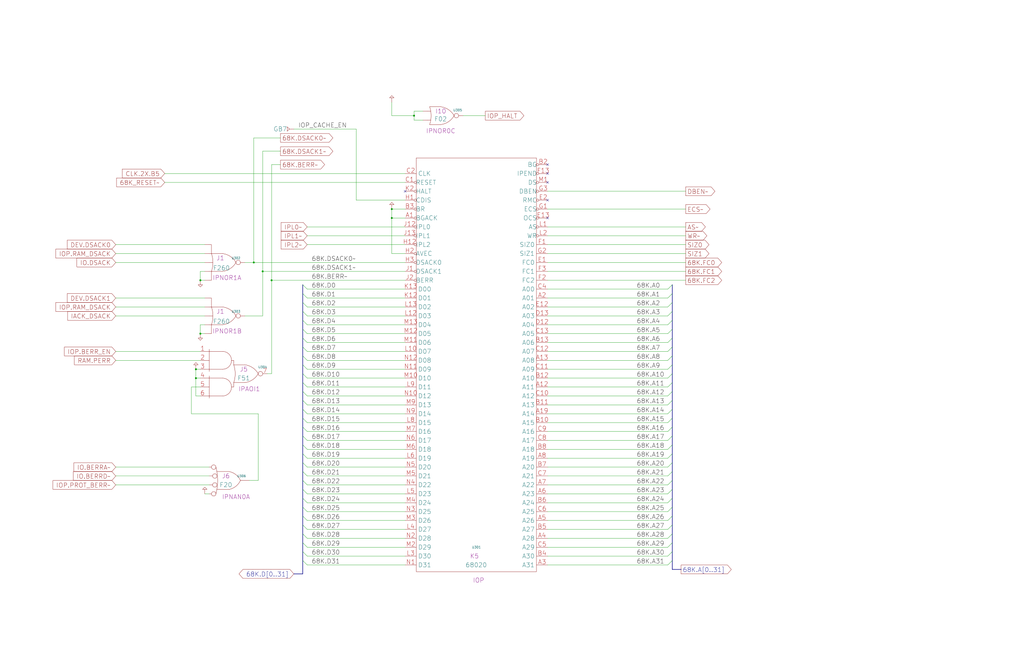
<source format=kicad_sch>
(kicad_sch (version 20230121) (generator eeschema)
  (paper "User" 584.2 378.46)
  (title_block (title "IOP\\n68020") (date "22-SEP-90") (rev "2.0") (comment 1 "IOC") (comment 2 "232-003061") (comment 3 "S400") (comment 4 "RELEASED"))
  (lib_symbols
    (symbol "r1000:68020" (pin_names (offset 1.016))
      (property "Reference" "U" (at 2.54 5.08 0))
      (property "Value" "68020" (at -3.81 -5.08 0))
      (property "Location" "___" (at -1.27 0 0))
      (property "Name" "______" (at 3.81 -15.24 0))
      (symbol "68020_1_1"
        (circle (center -32.385 157.48) (radius 0.635))
        (circle (center -32.385 162.56) (radius 0.635))
        (circle (center -32.385 167.64) (radius 0.635))
        (circle (center -32.385 172.72) (radius 0.635))
        (circle (center -32.385 177.8) (radius 0.635))
        (circle (center -32.385 182.88) (radius 0.635))
        (circle (center -32.385 187.96) (radius 0.635))
        (circle (center -32.385 193.04) (radius 0.635))
        (circle (center -32.385 198.12) (radius 0.635))
        (circle (center -32.385 203.2) (radius 0.635))
        (circle (center -32.385 208.28) (radius 0.635))
        (circle (center -32.385 213.36) (radius 0.635))
        (rectangle (start -31.75 227.33) (end 36.83 -8.89))
        (circle (center 37.465 182.88) (radius 0.635))
        (circle (center 37.465 187.96) (radius 0.635))
        (circle (center 37.465 193.04) (radius 0.635))
        (circle (center 37.465 198.12) (radius 0.635))
        (circle (center 37.465 203.2) (radius 0.635))
        (circle (center 37.465 208.28) (radius 0.635))
        (circle (center 37.465 213.36) (radius 0.635))
        (circle (center 37.465 218.44) (radius 0.635))
        (circle (center 37.465 223.52) (radius 0.635))
        (pin input line (at -38.1 193.04 0) (length 5.08) (name "BGACK") (number "A1"))
        (pin output line (at 43.18 96.52 180) (length 6.35) (name "A11") (number "A12"))
        (pin output line (at 43.18 111.76 180) (length 6.35) (name "A08") (number "A13"))
        (pin output line (at 43.18 81.28 180) (length 6.35) (name "A14") (number "A19"))
        (pin output line (at 43.18 147.32 180) (length 6.35) (name "A01") (number "A2"))
        (pin output line (at 43.18 -5.08 180) (length 6.35) (name "A31") (number "A3"))
        (pin output line (at 43.18 10.16 180) (length 6.35) (name "A28") (number "A4"))
        (pin output line (at 43.18 20.32 180) (length 6.35) (name "A26") (number "A5"))
        (pin output line (at 43.18 35.56 180) (length 6.35) (name "A23") (number "A6"))
        (pin output line (at 43.18 40.64 180) (length 6.35) (name "A22") (number "A7"))
        (pin output line (at 43.18 55.88 180) (length 6.35) (name "A19") (number "A8"))
        (pin output line (at 43.18 76.2 180) (length 6.35) (name "A15") (number "B10"))
        (pin output line (at 43.18 86.36 180) (length 6.35) (name "A13") (number "B11"))
        (pin output line (at 43.18 101.6 180) (length 6.35) (name "A10") (number "B12"))
        (pin output line (at 43.18 121.92 180) (length 6.35) (name "A06") (number "B13"))
        (pin output line (at 43.18 223.52 180) (length 5.08) (name "BG") (number "B2"))
        (pin input line (at -38.1 198.12 0) (length 5.08) (name "BR") (number "B3"))
        (pin output line (at 43.18 0 180) (length 6.35) (name "A30") (number "B4"))
        (pin output line (at 43.18 15.24 180) (length 6.35) (name "A27") (number "B5"))
        (pin output line (at 43.18 30.48 180) (length 6.35) (name "A24") (number "B6"))
        (pin output line (at 43.18 50.8 180) (length 6.35) (name "A20") (number "B7"))
        (pin output line (at 43.18 60.96 180) (length 6.35) (name "A18") (number "B8"))
        (pin input line (at -38.1 213.36 0) (length 5.08) (name "RESET") (number "C1"))
        (pin output line (at 43.18 91.44 180) (length 6.35) (name "A12") (number "C10"))
        (pin output line (at 43.18 106.68 180) (length 6.35) (name "A09") (number "C11"))
        (pin output line (at 43.18 116.84 180) (length 6.35) (name "A07") (number "C12"))
        (pin output line (at 43.18 127 180) (length 6.35) (name "A05") (number "C13"))
        (pin input line (at -38.1 218.44 0) (length 6.35) (name "CLK") (number "C2"))
        (pin output line (at 43.18 152.4 180) (length 6.35) (name "A00") (number "C4"))
        (pin output line (at 43.18 5.08 180) (length 6.35) (name "A29") (number "C5"))
        (pin output line (at 43.18 25.4 180) (length 6.35) (name "A25") (number "C6"))
        (pin output line (at 43.18 45.72 180) (length 6.35) (name "A21") (number "C7"))
        (pin output line (at 43.18 66.04 180) (length 6.35) (name "A17") (number "C8"))
        (pin output line (at 43.18 71.12 180) (length 6.35) (name "A16") (number "C9"))
        (pin output line (at 43.18 132.08 180) (length 6.35) (name "A04") (number "D12"))
        (pin output line (at 43.18 137.16 180) (length 6.35) (name "A03") (number "D13"))
        (pin output line (at 43.18 167.64 180) (length 6.35) (name "FC0") (number "E1"))
        (pin output line (at 43.18 142.24 180) (length 6.35) (name "A02") (number "E12"))
        (pin output line (at 43.18 193.04 180) (length 5.08) (name "OCS") (number "E13"))
        (pin output line (at 43.18 203.2 180) (length 5.08) (name "RMC") (number "E2"))
        (pin output line (at 43.18 177.8 180) (length 6.35) (name "SIZ0") (number "F1"))
        (pin output line (at 43.18 218.44 180) (length 5.08) (name "IPEND") (number "F13"))
        (pin output line (at 43.18 157.48 180) (length 6.35) (name "FC2") (number "F2"))
        (pin output line (at 43.18 162.56 180) (length 6.35) (name "FC1") (number "F3"))
        (pin output line (at 43.18 198.12 180) (length 5.08) (name "ECS") (number "G1"))
        (pin output line (at 43.18 172.72 180) (length 6.35) (name "SIZ1") (number "G2"))
        (pin output line (at 43.18 208.28 180) (length 5.08) (name "DBEN") (number "G3"))
        (pin input line (at -38.1 203.2 0) (length 5.08) (name "CDIS") (number "H1"))
        (pin input line (at -38.1 177.8 0) (length 5.08) (name "IPL2") (number "H12"))
        (pin input line (at -38.1 172.72 0) (length 5.08) (name "AVEC") (number "H2"))
        (pin input line (at -38.1 167.64 0) (length 5.08) (name "DSACK0") (number "H3"))
        (pin input line (at -38.1 162.56 0) (length 5.08) (name "DSACK1") (number "J1"))
        (pin input line (at -38.1 187.96 0) (length 5.08) (name "IPL0") (number "J12"))
        (pin input line (at -38.1 182.88 0) (length 5.08) (name "IPL1") (number "J13"))
        (pin input line (at -38.1 157.48 0) (length 5.08) (name "BERR") (number "J2"))
        (pin bidirectional line (at -38.1 147.32 0) (length 6.35) (name "D01") (number "K12"))
        (pin bidirectional line (at -38.1 152.4 0) (length 6.35) (name "D00") (number "K13"))
        (pin open_collector line (at -38.1 208.28 0) (length 5.08) (name "HALT") (number "K2"))
        (pin output line (at 43.18 187.96 180) (length 5.08) (name "AS") (number "L1"))
        (pin bidirectional line (at -38.1 116.84 0) (length 6.35) (name "D07") (number "L10"))
        (pin bidirectional line (at -38.1 137.16 0) (length 6.35) (name "D03") (number "L12"))
        (pin bidirectional line (at -38.1 142.24 0) (length 6.35) (name "D02") (number "L13"))
        (pin output line (at 43.18 182.88 180) (length 5.08) (name "WR") (number "L2"))
        (pin bidirectional line (at -38.1 0 0) (length 6.35) (name "D30") (number "L3"))
        (pin bidirectional line (at -38.1 15.24 0) (length 6.35) (name "D27") (number "L4"))
        (pin bidirectional line (at -38.1 35.56 0) (length 6.35) (name "D23") (number "L5"))
        (pin bidirectional line (at -38.1 55.88 0) (length 6.35) (name "D19") (number "L6"))
        (pin bidirectional line (at -38.1 76.2 0) (length 6.35) (name "D15") (number "L8"))
        (pin bidirectional line (at -38.1 96.52 0) (length 6.35) (name "D11") (number "L9"))
        (pin output line (at 43.18 213.36 180) (length 5.08) (name "DS") (number "M1"))
        (pin bidirectional line (at -38.1 101.6 0) (length 6.35) (name "D10") (number "M10"))
        (pin bidirectional line (at -38.1 121.92 0) (length 6.35) (name "D06") (number "M11"))
        (pin bidirectional line (at -38.1 127 0) (length 6.35) (name "D05") (number "M12"))
        (pin bidirectional line (at -38.1 132.08 0) (length 6.35) (name "D04") (number "M13"))
        (pin bidirectional line (at -38.1 5.08 0) (length 6.35) (name "D29") (number "M2"))
        (pin bidirectional line (at -38.1 20.32 0) (length 6.35) (name "D26") (number "M3"))
        (pin bidirectional line (at -38.1 30.48 0) (length 6.35) (name "D24") (number "M4"))
        (pin bidirectional line (at -38.1 45.72 0) (length 6.35) (name "D21") (number "M5"))
        (pin bidirectional line (at -38.1 60.96 0) (length 6.35) (name "D18") (number "M6"))
        (pin bidirectional line (at -38.1 71.12 0) (length 6.35) (name "D16") (number "M7"))
        (pin bidirectional line (at -38.1 86.36 0) (length 6.35) (name "D13") (number "M9"))
        (pin bidirectional line (at -38.1 -5.08 0) (length 6.35) (name "D31") (number "N1"))
        (pin bidirectional line (at -38.1 91.44 0) (length 6.35) (name "D12") (number "N10"))
        (pin bidirectional line (at -38.1 106.68 0) (length 6.35) (name "D09") (number "N11"))
        (pin bidirectional line (at -38.1 111.76 0) (length 6.35) (name "D08") (number "N12"))
        (pin bidirectional line (at -38.1 10.16 0) (length 6.35) (name "D28") (number "N2"))
        (pin bidirectional line (at -38.1 25.4 0) (length 6.35) (name "D25") (number "N3"))
        (pin bidirectional line (at -38.1 40.64 0) (length 6.35) (name "D22") (number "N4"))
        (pin bidirectional line (at -38.1 50.8 0) (length 6.35) (name "D20") (number "N5"))
        (pin bidirectional line (at -38.1 66.04 0) (length 6.35) (name "D17") (number "N6"))
        (pin bidirectional line (at -38.1 81.28 0) (length 6.35) (name "D14") (number "N9"))
      )
    )
    (symbol "r1000:F02" (pin_numbers hide) (pin_names hide)
      (property "Reference" "U" (at 12.16 0.635 0))
      (property "Value" "F02" (at -1.27 -4.445 0))
      (property "Location" "___" (at 2.54 0 0))
      (property "Name" "______" (at 2.54 -12.7 0))
      (symbol "F02_0_1"
        (arc (start -3.81 -7.62) (mid -2.9847 -2.54) (end -3.81 2.54) (stroke (width 0.1524)))
        (polyline (pts (xy -5.08 -5.08) (xy -3.175 -5.08)) (stroke (width 0.1524)))
        (polyline (pts (xy -5.08 0) (xy -3.175 0)) (stroke (width 0.1524)))
        (polyline (pts (xy -3.81 -7.62) (xy 2.54 -7.62)) (stroke (width 0.1524)))
        (polyline (pts (xy -3.81 2.54) (xy 2.54 2.54)) (stroke (width 0.1524)))
        (polyline (pts (xy 13.97 -2.54) (xy 12.7 -2.54)) (stroke (width 0.1524)))
        (arc (start 2.54 -7.62) (mid 6.9515 -5.9823) (end 10.16 -2.54) (stroke (width 0.1524)))
        (arc (start 10.16 -2.54) (mid 6.9478 0.8966) (end 2.54 2.54) (stroke (width 0.1524)))
        (circle (center 11.43 -2.54) (radius 1.27) (stroke (width 0.1524)))
      )
      (symbol "F02_0_2"
        (circle (center -3.81 -5.08) (radius 1.27) (stroke (width 0.1524)))
        (circle (center -3.81 0) (radius 1.27) (stroke (width 0.1524)))
        (polyline (pts (xy -2.54 -7.62) (xy 5.08 -7.62)) (stroke (width 0.1524)))
        (polyline (pts (xy -2.54 2.54) (xy -2.54 -7.62)) (stroke (width 0.1524)))
        (polyline (pts (xy -2.54 2.54) (xy 5.08 2.54)) (stroke (width 0.1524)))
        (polyline (pts (xy 11.43 -2.54) (xy 10.16 -2.54)) (stroke (width 0.1524)))
        (polyline (pts (xy 11.43 -2.54) (xy 12.7 -2.54)) (stroke (width 0.1524)))
        (arc (start 5.08 -7.62) (mid 10.1282 -2.54) (end 5.08 2.54) (stroke (width 0.1524)))
      )
      (symbol "F02_1_1"
        (pin input line (at -7.62 0 0) (length 2.54) (name "D0") (number "1"))
        (pin input line (at -7.62 -5.08 0) (length 2.54) (name "D1") (number "2"))
        (pin output line (at 15.24 -2.54 180) (length 1.27) (name "Q") (number "3"))
      )
      (symbol "F02_1_2"
        (pin input line (at -7.62 0 0) (length 2.54) (name "D0") (number "1"))
        (pin input line (at -7.62 -5.08 0) (length 2.54) (name "D1") (number "2"))
        (pin output line (at 15.24 -2.54 180) (length 2.54) (name "Q") (number "3"))
      )
    )
    (symbol "r1000:F20" (pin_numbers hide) (pin_names hide)
      (property "Reference" "U" (at 8.255 2.54 0))
      (property "Value" "F20" (at -0.635 -2.54 0))
      (property "Location" "___" (at -0.635 2.54 0))
      (property "Name" "______" (at 5.08 -10.795 0))
      (symbol "F20_0_1"
        (polyline (pts (xy -5.08 -5.08) (xy -5.08 -7.62)) (stroke (width 0.1524)))
        (polyline (pts (xy -5.08 5.08) (xy -5.08 -5.08)) (stroke (width 0.1524)))
        (polyline (pts (xy -5.08 7.62) (xy -5.08 5.08)) (stroke (width 0.1524)))
        (polyline (pts (xy 2.54 -5.08) (xy -5.08 -5.08)) (stroke (width 0.1524)))
        (polyline (pts (xy 2.54 5.08) (xy -5.08 5.08)) (stroke (width 0.1524)))
        (arc (start 2.54 -5.08) (mid 7.5882 0) (end 2.54 5.08) (stroke (width 0.1524)))
        (circle (center 8.89 0) (radius 1.27) (stroke (width 0.1524)))
      )
      (symbol "F20_0_2"
        (circle (center -7.62 -7.62) (radius 1.27) (stroke (width 0.1524)))
        (circle (center -7.62 7.62) (radius 1.27) (stroke (width 0.1524)))
        (circle (center -6.985 -2.54) (radius 1.27) (stroke (width 0.1524)))
        (circle (center -6.985 2.54) (radius 1.27) (stroke (width 0.1524)))
        (arc (start -6.35 -7.62) (mid -5.3975 0) (end -6.35 7.62) (stroke (width 0.1524)))
        (polyline (pts (xy -5.715 -5.08) (xy 1.27 -5.08)) (stroke (width 0.1524)))
        (polyline (pts (xy -5.715 5.08) (xy 1.27 5.08)) (stroke (width 0.1524)))
        (arc (start 1.27 -5.08) (mid 5.0518 -3.2985) (end 7.62 0) (stroke (width 0.1524)))
        (arc (start 7.62 0) (mid 5.0518 3.2985) (end 1.27 5.08) (stroke (width 0.1524)))
      )
      (symbol "F20_1_1"
        (pin input line (at -10.16 7.62 0) (length 5.08) (name "D0") (number "1"))
        (pin input line (at -10.16 2.54 0) (length 5.08) (name "D1") (number "2"))
        (pin input line (at -10.16 -2.54 0) (length 5.08) (name "D2") (number "4"))
        (pin input line (at -10.16 -7.62 0) (length 5.08) (name "D3") (number "5"))
        (pin output line (at 12.7 0 180) (length 2.54) (name "Q") (number "6"))
      )
      (symbol "F20_1_2"
        (pin input line (at -10.16 7.62 0) (length 1.27) (name "D0") (number "1"))
        (pin input line (at -10.16 2.54 0) (length 1.905) (name "D1") (number "2"))
        (pin input line (at -10.16 -2.54 0) (length 1.905) (name "D2") (number "4"))
        (pin input line (at -10.16 -7.62 0) (length 1.27) (name "D3") (number "5"))
        (pin output line (at 12.7 0 180) (length 5.08) (name "Q") (number "6"))
      )
    )
    (symbol "r1000:F260" (pin_numbers hide) (pin_names hide)
      (property "Reference" "U" (at 10.16 0 0))
      (property "Value" "F260" (at 1.905 -5.715 0))
      (property "Location" "___" (at 1.27 0 0))
      (property "Name" "______" (at 5.08 -12.7 0))
      (symbol "F260_0_1"
        (arc (start -3.8173 -7.62) (mid -2.9926 -2.54) (end -3.8173 2.54) (stroke (width 0.1524)))
        (polyline (pts (xy -5.08 -7.62) (xy -3.81 -7.62)) (stroke (width 0.1524)))
        (polyline (pts (xy -5.08 -2.54) (xy -3.0226 -2.54)) (stroke (width 0.1524)))
        (polyline (pts (xy -5.08 2.54) (xy -3.81 2.54)) (stroke (width 0.1524)))
        (polyline (pts (xy -3.81 -7.62) (xy 2.54 -7.62)) (stroke (width 0.1524)))
        (polyline (pts (xy -3.81 2.54) (xy 2.54 2.54)) (stroke (width 0.1524)))
        (polyline (pts (xy -5.08 -12.7) (xy -3.81 -12.7) (xy -3.81 -7.62)) (stroke (width 0.1524)))
        (polyline (pts (xy -5.08 7.62) (xy -3.81 7.62) (xy -3.81 2.54)) (stroke (width 0.1524)))
        (arc (start 2.54 -7.62) (mid 6.9504 -5.9805) (end 10.16 -2.54) (stroke (width 0.1524)))
        (arc (start 10.16 -2.54) (mid 6.9516 0.9024) (end 2.54 2.54) (stroke (width 0.1524)))
        (circle (center 11.43 -2.54) (radius 1.27) (stroke (width 0.1524)))
      )
      (symbol "F260_0_2"
        (circle (center -6.35 -12.7) (radius 1.27) (stroke (width 0.1524)))
        (circle (center -6.35 -7.62) (radius 1.27) (stroke (width 0.1524)))
        (circle (center -6.35 -2.54) (radius 1.27) (stroke (width 0.1524)))
        (circle (center -6.35 2.54) (radius 1.27) (stroke (width 0.1524)))
        (circle (center -6.35 7.62) (radius 1.27) (stroke (width 0.1524)))
        (polyline (pts (xy -5.08 -13.97) (xy -5.08 8.89)) (stroke (width 0.1524)))
        (polyline (pts (xy -5.08 -7.62) (xy 2.54 -7.62)) (stroke (width 0.1524)))
        (polyline (pts (xy -5.08 2.54) (xy 2.54 2.54)) (stroke (width 0.1524)))
        (arc (start 2.54 -7.62) (mid 6.1321 -6.1321) (end 7.62 -2.54) (stroke (width 0.1524)))
        (arc (start 7.62 -2.54) (mid 6.1321 1.0521) (end 2.54 2.54) (stroke (width 0.1524)))
      )
      (symbol "F260_1_1"
        (pin input line (at -7.62 -2.54 0) (length 2.54) (name "D2") (number "1"))
        (pin input line (at -7.62 7.62 0) (length 2.54) (name "D0") (number "12"))
        (pin input line (at -7.62 2.54 0) (length 2.54) (name "D1") (number "13"))
        (pin input line (at -7.62 -7.62 0) (length 2.54) (name "D3") (number "2"))
        (pin input line (at -7.62 -12.7 0) (length 2.54) (name "D4") (number "3"))
        (pin output line (at 15.24 -2.54 180) (length 2.54) (name "Q") (number "5"))
      )
      (symbol "F260_1_2"
        (pin input line (at -7.62 -2.54 0) (length 0) (name "D2") (number "1"))
        (pin input line (at -7.62 7.62 0) (length 0) (name "D0") (number "12"))
        (pin input line (at -7.62 2.54 0) (length 0) (name "D1") (number "13"))
        (pin input line (at -7.62 -7.62 0) (length 0) (name "D3") (number "2"))
        (pin input line (at -7.62 -12.7 0) (length 0) (name "D4") (number "3"))
        (pin output line (at 15.24 -2.54 180) (length 7.62) (name "Q") (number "5"))
      )
    )
    (symbol "r1000:F51" (pin_names hide)
      (property "Reference" "U" (at 12.7 1.27 0))
      (property "Value" "F51" (at 1.905 -5.08 0))
      (property "Location" "___" (at 1.905 0 0))
      (property "Name" "______" (at 5.08 -12.7 0))
      (symbol "F51_0_0"
        (arc (start -10.16 -15.24) (mid -6.5679 -13.7521) (end -5.08 -10.16) (stroke (width 0.1524)))
        (arc (start -10.16 0) (mid -6.5679 1.4879) (end -5.08 5.08) (stroke (width 0.1524)))
        (arc (start -5.08 -10.16) (mid -6.5679 -6.5679) (end -10.16 -5.08) (stroke (width 0.1524)))
        (arc (start -5.08 5.08) (mid -6.5679 8.6721) (end -10.16 10.16) (stroke (width 0.1524)))
        (arc (start -3.8173 -7.62) (mid -2.9926 -2.54) (end -3.8173 2.54) (stroke (width 0.1524)))
        (polyline (pts (xy -20.32 -15.24) (xy -17.78 -15.24)) (stroke (width 0.1524)))
        (polyline (pts (xy -20.32 -10.16) (xy -17.78 -10.16)) (stroke (width 0.1524)))
        (polyline (pts (xy -20.32 -5.08) (xy -17.78 -5.08)) (stroke (width 0.1524)))
        (polyline (pts (xy -20.32 0) (xy -17.78 0)) (stroke (width 0.1524)))
        (polyline (pts (xy -20.32 5.08) (xy -17.78 5.08)) (stroke (width 0.1524)))
        (polyline (pts (xy -20.32 10.16) (xy -17.78 10.16)) (stroke (width 0.1524)))
        (polyline (pts (xy -17.78 -3.81) (xy -17.78 -16.51)) (stroke (width 0.1524)))
        (polyline (pts (xy -17.78 11.43) (xy -17.78 -1.27)) (stroke (width 0.1524)))
        (polyline (pts (xy -10.16 -15.24) (xy -17.78 -15.24)) (stroke (width 0.1524)))
        (polyline (pts (xy -10.16 -5.08) (xy -17.78 -5.08)) (stroke (width 0.1524)))
        (polyline (pts (xy -10.16 0) (xy -17.78 0)) (stroke (width 0.1524)))
        (polyline (pts (xy -10.16 10.16) (xy -17.78 10.16)) (stroke (width 0.1524)))
        (polyline (pts (xy -3.81 -7.62) (xy 2.54 -7.62)) (stroke (width 0.1524)))
        (polyline (pts (xy -3.81 2.54) (xy 2.54 2.54)) (stroke (width 0.1524)))
        (polyline (pts (xy -5.08 -10.16) (xy -3.81 -10.16) (xy -3.81 -7.62)) (stroke (width 0.1524)))
        (polyline (pts (xy -5.08 5.08) (xy -3.81 5.08) (xy -3.81 2.54)) (stroke (width 0.1524)))
        (arc (start 2.54 -7.62) (mid 6.9504 -5.9805) (end 10.16 -2.54) (stroke (width 0.1524)))
        (arc (start 10.16 -2.54) (mid 6.9516 0.9024) (end 2.54 2.54) (stroke (width 0.1524)))
        (circle (center 11.43 -2.54) (radius 1.27) (stroke (width 0.1524)))
      )
      (symbol "F51_1_1"
        (pin input line (at -22.86 10.16 0) (length 2.54) (name "A1") (number "1"))
        (pin input line (at -22.86 5.08 0) (length 2.54) (name "A2") (number "2"))
        (pin input line (at -22.86 0 0) (length 2.54) (name "A3") (number "3"))
        (pin input line (at -22.86 -5.08 0) (length 2.54) (name "B1") (number "4"))
        (pin input line (at -22.86 -10.16 0) (length 2.54) (name "B2") (number "5"))
        (pin input line (at -22.86 -15.24 0) (length 2.54) (name "B3") (number "6"))
        (pin output line (at 15.24 -2.54 180) (length 2.54) (name "Q") (number "7"))
      )
    )
    (symbol "r1000:GB" (pin_numbers hide) (pin_names (offset 0) hide)
      (property "Reference" "GB" (at 3.81 0 0))
      (symbol "GB_0_1"
        (polyline (pts (xy 2.54 0) (xy 3.81 1.27) (xy 3.81 -1.27) (xy 2.54 0)) (stroke (width 0.1524)))
      )
      (symbol "GB_1_1"
        (pin bidirectional line (at 0 0 0) (length 2.54) (name "") (number "1"))
      )
    )
    (symbol "r1000:PD" (power) (pin_numbers hide) (pin_names hide) (in_bom no)
      (symbol "PD_0_1"
        (polyline (pts (xy 0 -2.54) (xy 1.27 -2.54) (xy 0 -3.81) (xy -1.27 -2.54) (xy 0 -2.54)) (stroke (width 0.1524)))
      )
      (symbol "PD_1_1"
        (pin power_in line (at 0 0 270) (length 2.54) (name "PD") (number "1"))
      )
    )
    (symbol "r1000:PU" (power) (pin_numbers hide) (pin_names hide)
      (symbol "PU_0_1"
        (polyline (pts (xy 0 2.54) (xy -1.27 2.54) (xy 0 3.81) (xy 1.27 2.54) (xy 0 2.54)) (stroke (width 0.1524)))
      )
      (symbol "PU_1_1"
        (pin power_in line (at 0 0 90) (length 2.54) (name "PU") (number "1"))
      )
    )
  )
  (junction (at 236.22 66.04))
  (junction (at 223.52 124.46))
  (junction (at 149.86 154.94))
  (junction (at 144.78 149.86))
  (junction (at 154.94 160.02))
  (junction (at 114.3 190.5))
  (junction (at 114.3 160.02))
  (junction (at 111.76 210.82))
  (junction (at 223.52 119.38))
  (junction (at 111.76 215.9))
  (no_connect (at 231.14 109.22))
  (no_connect (at 312.42 114.3))
  (no_connect (at 312.42 93.98))
  (no_connect (at 312.42 104.14))
  (no_connect (at 312.42 124.46))
  (no_connect (at 312.42 99.06))
  (bus_entry (at 383.54 320.04) (size -2.54 2.54))
  (bus_entry (at 383.54 203.2) (size -2.54 2.54))
  (bus_entry (at 383.54 193.04) (size -2.54 2.54))
  (bus_entry (at 172.72 177.8) (size 2.54 2.54))
  (bus_entry (at 172.72 279.4) (size 2.54 2.54))
  (bus_entry (at 383.54 228.6) (size -2.54 2.54))
  (bus_entry (at 383.54 187.96) (size -2.54 2.54))
  (bus_entry (at 383.54 299.72) (size -2.54 2.54))
  (bus_entry (at 383.54 167.64) (size -2.54 2.54))
  (bus_entry (at 172.72 198.12) (size 2.54 2.54))
  (bus_entry (at 172.72 314.96) (size 2.54 2.54))
  (bus_entry (at 383.54 309.88) (size -2.54 2.54))
  (bus_entry (at 172.72 172.72) (size 2.54 2.54))
  (bus_entry (at 383.54 172.72) (size -2.54 2.54))
  (bus_entry (at 383.54 289.56) (size -2.54 2.54))
  (bus_entry (at 172.72 187.96) (size 2.54 2.54))
  (bus_entry (at 383.54 182.88) (size -2.54 2.54))
  (bus_entry (at 383.54 254) (size -2.54 2.54))
  (bus_entry (at 383.54 304.8) (size -2.54 2.54))
  (bus_entry (at 172.72 304.8) (size 2.54 2.54))
  (bus_entry (at 172.72 294.64) (size 2.54 2.54))
  (bus_entry (at 172.72 193.04) (size 2.54 2.54))
  (bus_entry (at 383.54 248.92) (size -2.54 2.54))
  (bus_entry (at 172.72 320.04) (size 2.54 2.54))
  (bus_entry (at 172.72 309.88) (size 2.54 2.54))
  (bus_entry (at 172.72 182.88) (size 2.54 2.54))
  (bus_entry (at 383.54 259.08) (size -2.54 2.54))
  (bus_entry (at 383.54 238.76) (size -2.54 2.54))
  (bus_entry (at 383.54 243.84) (size -2.54 2.54))
  (bus_entry (at 383.54 269.24) (size -2.54 2.54))
  (bus_entry (at 383.54 208.28) (size -2.54 2.54))
  (bus_entry (at 383.54 177.8) (size -2.54 2.54))
  (bus_entry (at 172.72 208.28) (size 2.54 2.54))
  (bus_entry (at 383.54 213.36) (size -2.54 2.54))
  (bus_entry (at 383.54 162.56) (size -2.54 2.54))
  (bus_entry (at 172.72 233.68) (size 2.54 2.54))
  (bus_entry (at 383.54 274.32) (size -2.54 2.54))
  (bus_entry (at 172.72 203.2) (size 2.54 2.54))
  (bus_entry (at 172.72 259.08) (size 2.54 2.54))
  (bus_entry (at 172.72 269.24) (size 2.54 2.54))
  (bus_entry (at 172.72 248.92) (size 2.54 2.54))
  (bus_entry (at 383.54 218.44) (size -2.54 2.54))
  (bus_entry (at 383.54 284.48) (size -2.54 2.54))
  (bus_entry (at 383.54 198.12) (size -2.54 2.54))
  (bus_entry (at 383.54 223.52) (size -2.54 2.54))
  (bus_entry (at 383.54 294.64) (size -2.54 2.54))
  (bus_entry (at 383.54 279.4) (size -2.54 2.54))
  (bus_entry (at 172.72 274.32) (size 2.54 2.54))
  (bus_entry (at 172.72 243.84) (size 2.54 2.54))
  (bus_entry (at 172.72 284.48) (size 2.54 2.54))
  (bus_entry (at 172.72 299.72) (size 2.54 2.54))
  (bus_entry (at 172.72 289.56) (size 2.54 2.54))
  (bus_entry (at 172.72 213.36) (size 2.54 2.54))
  (bus_entry (at 172.72 223.52) (size 2.54 2.54))
  (bus_entry (at 172.72 218.44) (size 2.54 2.54))
  (bus_entry (at 172.72 254) (size 2.54 2.54))
  (bus_entry (at 383.54 264.16) (size -2.54 2.54))
  (bus_entry (at 383.54 233.68) (size -2.54 2.54))
  (bus_entry (at 172.72 264.16) (size 2.54 2.54))
  (bus_entry (at 172.72 167.64) (size 2.54 2.54))
  (bus_entry (at 172.72 228.6) (size 2.54 2.54))
  (bus_entry (at 172.72 162.56) (size 2.54 2.54))
  (bus_entry (at 383.54 314.96) (size -2.54 2.54))
  (bus_entry (at 172.72 238.76) (size 2.54 2.54))
  (wire (pts (xy 111.76 215.9) (xy 114.3 215.9)))
  (bus (pts (xy 383.54 279.4) (xy 383.54 284.48)))
  (wire (pts (xy 66.04 266.7) (xy 119.38 266.7)))
  (bus (pts (xy 383.54 259.08) (xy 383.54 264.16)))
  (wire (pts (xy 203.2 114.3) (xy 231.14 114.3)))
  (wire (pts (xy 175.26 241.3) (xy 231.14 241.3)))
  (wire (pts (xy 312.42 266.7) (xy 381 266.7)))
  (wire (pts (xy 175.26 190.5) (xy 231.14 190.5)))
  (wire (pts (xy 312.42 180.34) (xy 381 180.34)))
  (wire (pts (xy 175.26 281.94) (xy 231.14 281.94)))
  (bus (pts (xy 383.54 213.36) (xy 383.54 218.44)))
  (bus (pts (xy 172.72 182.88) (xy 172.72 187.96)))
  (wire (pts (xy 175.26 200.66) (xy 231.14 200.66)))
  (wire (pts (xy 312.42 160.02) (xy 391.16 160.02)))
  (bus (pts (xy 383.54 269.24) (xy 383.54 274.32)))
  (wire (pts (xy 236.22 66.04) (xy 236.22 63.5)))
  (wire (pts (xy 175.26 246.38) (xy 231.14 246.38)))
  (wire (pts (xy 312.42 200.66) (xy 381 200.66)))
  (bus (pts (xy 172.72 198.12) (xy 172.72 203.2)))
  (wire (pts (xy 66.04 180.34) (xy 116.84 180.34)))
  (wire (pts (xy 144.78 78.74) (xy 160.02 78.74)))
  (wire (pts (xy 312.42 165.1) (xy 381 165.1)))
  (wire (pts (xy 175.26 322.58) (xy 231.14 322.58)))
  (bus (pts (xy 383.54 294.64) (xy 383.54 299.72)))
  (wire (pts (xy 152.4 213.36) (xy 154.94 213.36)))
  (wire (pts (xy 312.42 317.5) (xy 381 317.5)))
  (bus (pts (xy 383.54 172.72) (xy 383.54 177.8)))
  (wire (pts (xy 312.42 175.26) (xy 381 175.26)))
  (bus (pts (xy 383.54 284.48) (xy 383.54 289.56)))
  (wire (pts (xy 175.26 297.18) (xy 231.14 297.18)))
  (wire (pts (xy 312.42 302.26) (xy 381 302.26)))
  (bus (pts (xy 383.54 208.28) (xy 383.54 213.36)))
  (wire (pts (xy 312.42 246.38) (xy 381 246.38)))
  (wire (pts (xy 175.26 195.58) (xy 231.14 195.58)))
  (wire (pts (xy 312.42 226.06) (xy 381 226.06)))
  (bus (pts (xy 172.72 172.72) (xy 172.72 177.8)))
  (bus (pts (xy 383.54 320.04) (xy 383.54 325.12)))
  (wire (pts (xy 312.42 312.42) (xy 381 312.42)))
  (bus (pts (xy 172.72 264.16) (xy 172.72 269.24)))
  (wire (pts (xy 223.52 58.42) (xy 223.52 66.04)))
  (wire (pts (xy 154.94 160.02) (xy 154.94 213.36)))
  (wire (pts (xy 154.94 93.98) (xy 160.02 93.98)))
  (wire (pts (xy 175.26 129.54) (xy 231.14 129.54)))
  (bus (pts (xy 172.72 309.88) (xy 172.72 314.96)))
  (bus (pts (xy 172.72 193.04) (xy 172.72 198.12)))
  (bus (pts (xy 172.72 243.84) (xy 172.72 248.92)))
  (wire (pts (xy 312.42 322.58) (xy 381 322.58)))
  (wire (pts (xy 312.42 251.46) (xy 381 251.46)))
  (wire (pts (xy 175.26 185.42) (xy 231.14 185.42)))
  (bus (pts (xy 383.54 243.84) (xy 383.54 248.92)))
  (bus (pts (xy 383.54 264.16) (xy 383.54 269.24)))
  (bus (pts (xy 172.72 233.68) (xy 172.72 238.76)))
  (bus (pts (xy 172.72 259.08) (xy 172.72 264.16)))
  (wire (pts (xy 312.42 281.94) (xy 381 281.94)))
  (wire (pts (xy 175.26 271.78) (xy 231.14 271.78)))
  (wire (pts (xy 66.04 200.66) (xy 114.3 200.66)))
  (wire (pts (xy 111.76 226.06) (xy 111.76 215.9)))
  (bus (pts (xy 172.72 228.6) (xy 172.72 233.68)))
  (wire (pts (xy 312.42 205.74) (xy 381 205.74)))
  (bus (pts (xy 383.54 289.56) (xy 383.54 294.64)))
  (wire (pts (xy 203.2 73.66) (xy 203.2 114.3)))
  (bus (pts (xy 383.54 218.44) (xy 383.54 223.52)))
  (wire (pts (xy 312.42 109.22) (xy 391.16 109.22)))
  (wire (pts (xy 175.26 139.7) (xy 231.14 139.7)))
  (bus (pts (xy 172.72 304.8) (xy 172.72 309.88)))
  (bus (pts (xy 383.54 309.88) (xy 383.54 314.96)))
  (bus (pts (xy 383.54 238.76) (xy 383.54 243.84)))
  (wire (pts (xy 114.3 160.02) (xy 116.84 160.02)))
  (wire (pts (xy 175.26 251.46) (xy 231.14 251.46)))
  (wire (pts (xy 175.26 205.74) (xy 231.14 205.74)))
  (bus (pts (xy 172.72 177.8) (xy 172.72 182.88)))
  (wire (pts (xy 175.26 276.86) (xy 231.14 276.86)))
  (bus (pts (xy 172.72 274.32) (xy 172.72 279.4)))
  (wire (pts (xy 116.84 154.94) (xy 114.3 154.94)))
  (wire (pts (xy 175.26 261.62) (xy 231.14 261.62)))
  (bus (pts (xy 383.54 254) (xy 383.54 259.08)))
  (bus (pts (xy 383.54 274.32) (xy 383.54 279.4)))
  (wire (pts (xy 175.26 231.14) (xy 231.14 231.14)))
  (bus (pts (xy 172.72 254) (xy 172.72 259.08)))
  (wire (pts (xy 109.22 220.98) (xy 109.22 236.22)))
  (wire (pts (xy 312.42 261.62) (xy 381 261.62)))
  (wire (pts (xy 175.26 175.26) (xy 231.14 175.26)))
  (wire (pts (xy 312.42 241.3) (xy 381 241.3)))
  (bus (pts (xy 172.72 284.48) (xy 172.72 289.56)))
  (bus (pts (xy 172.72 187.96) (xy 172.72 193.04)))
  (wire (pts (xy 149.86 154.94) (xy 149.86 86.36)))
  (wire (pts (xy 312.42 195.58) (xy 381 195.58)))
  (wire (pts (xy 149.86 86.36) (xy 160.02 86.36)))
  (wire (pts (xy 114.3 226.06) (xy 111.76 226.06)))
  (wire (pts (xy 149.86 180.34) (xy 149.86 154.94)))
  (wire (pts (xy 114.3 220.98) (xy 109.22 220.98)))
  (wire (pts (xy 312.42 129.54) (xy 391.16 129.54)))
  (wire (pts (xy 312.42 139.7) (xy 391.16 139.7)))
  (wire (pts (xy 114.3 154.94) (xy 114.3 160.02)))
  (bus (pts (xy 383.54 203.2) (xy 383.54 208.28)))
  (bus (pts (xy 172.72 289.56) (xy 172.72 294.64)))
  (bus (pts (xy 383.54 177.8) (xy 383.54 182.88)))
  (wire (pts (xy 116.84 185.42) (xy 114.3 185.42)))
  (bus (pts (xy 383.54 182.88) (xy 383.54 187.96)))
  (wire (pts (xy 241.3 68.58) (xy 236.22 68.58)))
  (wire (pts (xy 66.04 139.7) (xy 116.84 139.7)))
  (bus (pts (xy 383.54 223.52) (xy 383.54 228.6)))
  (bus (pts (xy 172.72 213.36) (xy 172.72 218.44)))
  (wire (pts (xy 175.26 236.22) (xy 231.14 236.22)))
  (bus (pts (xy 383.54 193.04) (xy 383.54 198.12)))
  (wire (pts (xy 114.3 190.5) (xy 116.84 190.5)))
  (wire (pts (xy 66.04 276.86) (xy 119.38 276.86)))
  (bus (pts (xy 172.72 299.72) (xy 172.72 304.8)))
  (bus (pts (xy 383.54 314.96) (xy 383.54 320.04)))
  (wire (pts (xy 312.42 210.82) (xy 381 210.82)))
  (bus (pts (xy 172.72 248.92) (xy 172.72 254)))
  (wire (pts (xy 264.16 66.04) (xy 276.86 66.04)))
  (wire (pts (xy 223.52 124.46) (xy 223.52 144.78)))
  (wire (pts (xy 223.52 66.04) (xy 236.22 66.04)))
  (wire (pts (xy 312.42 144.78) (xy 391.16 144.78)))
  (wire (pts (xy 66.04 144.78) (xy 116.84 144.78)))
  (wire (pts (xy 144.78 149.86) (xy 231.14 149.86)))
  (bus (pts (xy 172.72 269.24) (xy 172.72 274.32)))
  (bus (pts (xy 172.72 218.44) (xy 172.72 223.52)))
  (wire (pts (xy 223.52 144.78) (xy 231.14 144.78)))
  (bus (pts (xy 172.72 238.76) (xy 172.72 243.84)))
  (wire (pts (xy 144.78 149.86) (xy 144.78 78.74)))
  (wire (pts (xy 149.86 154.94) (xy 231.14 154.94)))
  (wire (pts (xy 154.94 160.02) (xy 154.94 93.98)))
  (bus (pts (xy 383.54 299.72) (xy 383.54 304.8)))
  (wire (pts (xy 93.98 99.06) (xy 231.14 99.06)))
  (wire (pts (xy 175.26 226.06) (xy 231.14 226.06)))
  (wire (pts (xy 175.26 210.82) (xy 231.14 210.82)))
  (bus (pts (xy 172.72 314.96) (xy 172.72 320.04)))
  (wire (pts (xy 66.04 271.78) (xy 119.38 271.78)))
  (wire (pts (xy 312.42 215.9) (xy 381 215.9)))
  (wire (pts (xy 175.26 287.02) (xy 231.14 287.02)))
  (wire (pts (xy 175.26 312.42) (xy 231.14 312.42)))
  (wire (pts (xy 312.42 190.5) (xy 381 190.5)))
  (wire (pts (xy 66.04 149.86) (xy 116.84 149.86)))
  (wire (pts (xy 175.26 165.1) (xy 231.14 165.1)))
  (bus (pts (xy 383.54 187.96) (xy 383.54 193.04)))
  (wire (pts (xy 175.26 317.5) (xy 231.14 317.5)))
  (wire (pts (xy 312.42 236.22) (xy 381 236.22)))
  (wire (pts (xy 223.52 119.38) (xy 231.14 119.38)))
  (wire (pts (xy 175.26 302.26) (xy 231.14 302.26)))
  (bus (pts (xy 172.72 203.2) (xy 172.72 208.28)))
  (wire (pts (xy 93.98 104.14) (xy 231.14 104.14)))
  (wire (pts (xy 147.32 236.22) (xy 147.32 274.32)))
  (wire (pts (xy 312.42 287.02) (xy 381 287.02)))
  (bus (pts (xy 172.72 162.56) (xy 172.72 167.64)))
  (wire (pts (xy 312.42 276.86) (xy 381 276.86)))
  (wire (pts (xy 175.26 215.9) (xy 231.14 215.9)))
  (wire (pts (xy 312.42 256.54) (xy 381 256.54)))
  (wire (pts (xy 312.42 292.1) (xy 381 292.1)))
  (wire (pts (xy 312.42 119.38) (xy 391.16 119.38)))
  (wire (pts (xy 312.42 170.18) (xy 381 170.18)))
  (wire (pts (xy 114.3 185.42) (xy 114.3 190.5)))
  (bus (pts (xy 167.64 327.66) (xy 172.72 327.66)))
  (bus (pts (xy 383.54 162.56) (xy 383.54 167.64)))
  (wire (pts (xy 175.26 220.98) (xy 231.14 220.98)))
  (bus (pts (xy 383.54 248.92) (xy 383.54 254)))
  (wire (pts (xy 175.26 134.62) (xy 231.14 134.62)))
  (wire (pts (xy 139.7 149.86) (xy 144.78 149.86)))
  (bus (pts (xy 383.54 228.6) (xy 383.54 233.68)))
  (wire (pts (xy 312.42 307.34) (xy 381 307.34)))
  (bus (pts (xy 383.54 167.64) (xy 383.54 172.72)))
  (wire (pts (xy 312.42 297.18) (xy 381 297.18)))
  (wire (pts (xy 66.04 175.26) (xy 116.84 175.26)))
  (wire (pts (xy 312.42 154.94) (xy 391.16 154.94)))
  (bus (pts (xy 172.72 294.64) (xy 172.72 299.72)))
  (bus (pts (xy 383.54 304.8) (xy 383.54 309.88)))
  (wire (pts (xy 111.76 210.82) (xy 114.3 210.82)))
  (wire (pts (xy 223.52 124.46) (xy 231.14 124.46)))
  (wire (pts (xy 66.04 205.74) (xy 114.3 205.74)))
  (bus (pts (xy 383.54 325.12) (xy 388.62 325.12)))
  (wire (pts (xy 147.32 274.32) (xy 142.24 274.32)))
  (wire (pts (xy 312.42 134.62) (xy 391.16 134.62)))
  (wire (pts (xy 66.04 170.18) (xy 116.84 170.18)))
  (wire (pts (xy 236.22 68.58) (xy 236.22 66.04)))
  (wire (pts (xy 175.26 170.18) (xy 231.14 170.18)))
  (bus (pts (xy 172.72 223.52) (xy 172.72 228.6)))
  (wire (pts (xy 312.42 185.42) (xy 381 185.42)))
  (wire (pts (xy 175.26 307.34) (xy 231.14 307.34)))
  (bus (pts (xy 172.72 320.04) (xy 172.72 327.66)))
  (wire (pts (xy 312.42 271.78) (xy 381 271.78)))
  (bus (pts (xy 172.72 167.64) (xy 172.72 172.72)))
  (wire (pts (xy 109.22 236.22) (xy 147.32 236.22)))
  (bus (pts (xy 383.54 198.12) (xy 383.54 203.2)))
  (wire (pts (xy 175.26 266.7) (xy 231.14 266.7)))
  (bus (pts (xy 172.72 279.4) (xy 172.72 284.48)))
  (bus (pts (xy 172.72 208.28) (xy 172.72 213.36)))
  (wire (pts (xy 223.52 119.38) (xy 223.52 124.46)))
  (bus (pts (xy 383.54 233.68) (xy 383.54 238.76)))
  (wire (pts (xy 139.7 180.34) (xy 149.86 180.34)))
  (wire (pts (xy 111.76 215.9) (xy 111.76 210.82)))
  (wire (pts (xy 175.26 256.54) (xy 231.14 256.54)))
  (wire (pts (xy 167.64 73.66) (xy 203.2 73.66)))
  (wire (pts (xy 116.84 281.94) (xy 119.38 281.94)))
  (wire (pts (xy 175.26 180.34) (xy 231.14 180.34)))
  (wire (pts (xy 312.42 231.14) (xy 381 231.14)))
  (wire (pts (xy 312.42 220.98) (xy 381 220.98)))
  (wire (pts (xy 154.94 160.02) (xy 231.14 160.02)))
  (wire (pts (xy 312.42 149.86) (xy 391.16 149.86)))
  (wire (pts (xy 236.22 63.5) (xy 241.3 63.5)))
  (wire (pts (xy 175.26 292.1) (xy 231.14 292.1)))
  (label "68K.D17" (at 177.8 251.46 0) (effects (font (size 2.54 2.54))))
  (label "68K.D19" (at 177.8 261.62 0) (effects (font (size 2.54 2.54))))
  (label "68K.A22" (at 363.22 276.86 0) (effects (font (size 2.54 2.54))))
  (label "68K.D4" (at 177.8 185.42 0) (effects (font (size 2.54 2.54))))
  (label "68K.DSACK1~" (at 177.8 154.94 0) (effects (font (size 2.54 2.54))))
  (label "68K.A12" (at 363.22 226.06 0) (effects (font (size 2.54 2.54))))
  (label "68K.D29" (at 177.8 312.42 0) (effects (font (size 2.54 2.54))))
  (label "68K.A29" (at 363.22 312.42 0) (effects (font (size 2.54 2.54))))
  (label "68K.A7" (at 363.22 200.66 0) (effects (font (size 2.54 2.54))))
  (label "68K.A1" (at 363.22 170.18 0) (effects (font (size 2.54 2.54))))
  (label "68K.D11" (at 177.8 220.98 0) (effects (font (size 2.54 2.54))))
  (label "68K.A9" (at 363.22 210.82 0) (effects (font (size 2.54 2.54))))
  (label "68K.D31" (at 177.8 322.58 0) (effects (font (size 2.54 2.54))))
  (label "68K.D5" (at 177.8 190.5 0) (effects (font (size 2.54 2.54))))
  (label "IOP_CACHE_EN" (at 170.18 73.66 0) (effects (font (size 2.54 2.54))))
  (label "68K.D9" (at 177.8 210.82 0) (effects (font (size 2.54 2.54))))
  (label "68K.A11" (at 363.22 220.98 0) (effects (font (size 2.54 2.54))))
  (label "68K.A0" (at 363.22 165.1 0) (effects (font (size 2.54 2.54))))
  (label "68K.A14" (at 363.22 236.22 0) (effects (font (size 2.54 2.54))))
  (label "68K.A5" (at 363.22 190.5 0) (effects (font (size 2.54 2.54))))
  (label "68K.DSACK0~" (at 177.8 149.86 0) (effects (font (size 2.54 2.54))))
  (label "68K.A30" (at 363.22 317.5 0) (effects (font (size 2.54 2.54))))
  (label "68K.A20" (at 363.22 266.7 0) (effects (font (size 2.54 2.54))))
  (label "68K.D6" (at 177.8 195.58 0) (effects (font (size 2.54 2.54))))
  (label "68K.D16" (at 177.8 246.38 0) (effects (font (size 2.54 2.54))))
  (label "68K.D8" (at 177.8 205.74 0) (effects (font (size 2.54 2.54))))
  (label "68K.D26" (at 177.8 297.18 0) (effects (font (size 2.54 2.54))))
  (label "68K.A8" (at 363.22 205.74 0) (effects (font (size 2.54 2.54))))
  (label "68K.A15" (at 363.22 241.3 0) (effects (font (size 2.54 2.54))))
  (label "68K.A31" (at 363.22 322.58 0) (effects (font (size 2.54 2.54))))
  (label "68K.D30" (at 177.8 317.5 0) (effects (font (size 2.54 2.54))))
  (label "68K.D24" (at 177.8 287.02 0) (effects (font (size 2.54 2.54))))
  (label "68K.D28" (at 177.8 307.34 0) (effects (font (size 2.54 2.54))))
  (label "68K.D2" (at 177.8 175.26 0) (effects (font (size 2.54 2.54))))
  (label "68K.A18" (at 363.22 256.54 0) (effects (font (size 2.54 2.54))))
  (label "68K.A25" (at 363.22 292.1 0) (effects (font (size 2.54 2.54))))
  (label "68K.D15" (at 177.8 241.3 0) (effects (font (size 2.54 2.54))))
  (label "68K.D21" (at 177.8 271.78 0) (effects (font (size 2.54 2.54))))
  (label "68K.A21" (at 363.22 271.78 0) (effects (font (size 2.54 2.54))))
  (label "68K.D10" (at 177.8 215.9 0) (effects (font (size 2.54 2.54))))
  (label "68K.A19" (at 363.22 261.62 0) (effects (font (size 2.54 2.54))))
  (label "68K.A3" (at 363.22 180.34 0) (effects (font (size 2.54 2.54))))
  (label "68K.A23" (at 363.22 281.94 0) (effects (font (size 2.54 2.54))))
  (label "68K.D23" (at 177.8 281.94 0) (effects (font (size 2.54 2.54))))
  (label "68K.D13" (at 177.8 231.14 0) (effects (font (size 2.54 2.54))))
  (label "68K.A6" (at 363.22 195.58 0) (effects (font (size 2.54 2.54))))
  (label "68K.D25" (at 177.8 292.1 0) (effects (font (size 2.54 2.54))))
  (label "68K.D27" (at 177.8 302.26 0) (effects (font (size 2.54 2.54))))
  (label "68K.A10" (at 363.22 215.9 0) (effects (font (size 2.54 2.54))))
  (label "68K.D12" (at 177.8 226.06 0) (effects (font (size 2.54 2.54))))
  (label "68K.BERR~" (at 177.8 160.02 0) (effects (font (size 2.54 2.54))))
  (label "68K.D7" (at 177.8 200.66 0) (effects (font (size 2.54 2.54))))
  (label "68K.A2" (at 363.22 175.26 0) (effects (font (size 2.54 2.54))))
  (label "68K.A24" (at 363.22 287.02 0) (effects (font (size 2.54 2.54))))
  (label "68K.D1" (at 177.8 170.18 0) (effects (font (size 2.54 2.54))))
  (label "68K.D20" (at 177.8 266.7 0) (effects (font (size 2.54 2.54))))
  (label "68K.D18" (at 177.8 256.54 0) (effects (font (size 2.54 2.54))))
  (label "68K.A26" (at 363.22 297.18 0) (effects (font (size 2.54 2.54))))
  (label "68K.A16" (at 363.22 246.38 0) (effects (font (size 2.54 2.54))))
  (label "68K.A28" (at 363.22 307.34 0) (effects (font (size 2.54 2.54))))
  (label "68K.A4" (at 363.22 185.42 0) (effects (font (size 2.54 2.54))))
  (label "68K.D14" (at 177.8 236.22 0) (effects (font (size 2.54 2.54))))
  (label "68K.A13" (at 363.22 231.14 0) (effects (font (size 2.54 2.54))))
  (label "68K.D3" (at 177.8 180.34 0) (effects (font (size 2.54 2.54))))
  (label "68K.D22" (at 177.8 276.86 0) (effects (font (size 2.54 2.54))))
  (label "68K.D0" (at 177.8 165.1 0) (effects (font (size 2.54 2.54))))
  (label "68K.A27" (at 363.22 302.26 0) (effects (font (size 2.54 2.54))))
  (label "68K.A17" (at 363.22 251.46 0) (effects (font (size 2.54 2.54))))
  (global_label "SIZ0" (shape output) (at 391.16 139.7 0) (effects (font (size 2.54 2.54))) (property "Intersheetrefs" "${INTERSHEET_REFS}" (at 404.8337 139.5413 0) (effects (font (size 1.905 1.905)) (justify left))))
  (global_label "IOP.BERR_EN" (shape input) (at 66.04 200.66 180) (effects (font (size 2.54 2.54))) (property "Intersheetrefs" "${INTERSHEET_REFS}" (at 36.4006 200.5013 0) (effects (font (size 1.905 1.905)) (justify right))))
  (global_label "68K.DSACK0~" (shape output) (at 160.02 78.74 0) (effects (font (size 2.54 2.54))) (property "Intersheetrefs" "${INTERSHEET_REFS}" (at 190.2641 78.5813 0) (effects (font (size 1.905 1.905)) (justify left))))
  (global_label "IOP.PROT_BERR~" (shape input) (at 66.04 276.86 180) (effects (font (size 2.54 2.54))) (property "Intersheetrefs" "${INTERSHEET_REFS}" (at 29.8692 276.7013 0) (effects (font (size 1.905 1.905)) (justify right))))
  (global_label "IOP.RAM_DSACK" (shape input) (at 66.04 144.78 180) (effects (font (size 2.54 2.54))) (property "Intersheetrefs" "${INTERSHEET_REFS}" (at 31.4416 144.6213 0) (effects (font (size 1.905 1.905)) (justify right))))
  (global_label "IOP_HALT" (shape output) (at 276.86 66.04 0) (effects (font (size 2.54 2.54))) (property "Intersheetrefs" "${INTERSHEET_REFS}" (at 299.2422 65.8813 0) (effects (font (size 1.905 1.905)) (justify left))))
  (global_label "IPL2~" (shape input) (at 175.26 139.7 180) (effects (font (size 2.54 2.54))) (property "Intersheetrefs" "${INTERSHEET_REFS}" (at 160.014 139.5413 0) (effects (font (size 1.905 1.905)) (justify right))))
  (global_label "DEV.DSACK0" (shape input) (at 66.04 139.7 180) (effects (font (size 2.54 2.54))) (property "Intersheetrefs" "${INTERSHEET_REFS}" (at 37.973 139.5413 0) (effects (font (size 1.905 1.905)) (justify right))))
  (global_label "SIZ1" (shape output) (at 391.16 144.78 0) (effects (font (size 2.54 2.54))) (property "Intersheetrefs" "${INTERSHEET_REFS}" (at 404.8337 144.6213 0) (effects (font (size 1.905 1.905)) (justify left))))
  (global_label "DEV.DSACK1" (shape input) (at 66.04 170.18 180) (effects (font (size 2.54 2.54))) (property "Intersheetrefs" "${INTERSHEET_REFS}" (at 37.973 170.0213 0) (effects (font (size 1.905 1.905)) (justify right))))
  (global_label "IO.BERRD~" (shape input) (at 66.04 271.78 180) (effects (font (size 2.54 2.54))) (property "Intersheetrefs" "${INTERSHEET_REFS}" (at 41.4806 271.6213 0) (effects (font (size 1.905 1.905)) (justify right))))
  (global_label "DBEN~" (shape output) (at 391.16 109.22 0) (effects (font (size 2.54 2.54))) (property "Intersheetrefs" "${INTERSHEET_REFS}" (at 408.2203 109.0613 0) (effects (font (size 1.905 1.905)) (justify left))))
  (global_label "ECS~" (shape output) (at 391.16 119.38 0) (effects (font (size 2.54 2.54))) (property "Intersheetrefs" "${INTERSHEET_REFS}" (at 405.4384 119.2213 0) (effects (font (size 1.905 1.905)) (justify left))))
  (global_label "68K.BERR~" (shape output) (at 160.02 93.98 0) (effects (font (size 2.54 2.54))) (property "Intersheetrefs" "${INTERSHEET_REFS}" (at 185.547 93.8213 0) (effects (font (size 1.905 1.905)) (justify left))))
  (global_label "WR~" (shape output) (at 391.16 134.62 0) (effects (font (size 2.54 2.54))) (property "Intersheetrefs" "${INTERSHEET_REFS}" (at 403.6241 134.4613 0) (effects (font (size 1.905 1.905)) (justify left))))
  (global_label "IPL0~" (shape input) (at 175.26 129.54 180) (effects (font (size 2.54 2.54))) (property "Intersheetrefs" "${INTERSHEET_REFS}" (at 160.014 129.3813 0) (effects (font (size 1.905 1.905)) (justify right))))
  (global_label "RAM.PERR" (shape input) (at 66.04 205.74 180) (effects (font (size 2.54 2.54))) (property "Intersheetrefs" "${INTERSHEET_REFS}" (at 42.0854 205.5813 0) (effects (font (size 1.905 1.905)) (justify right))))
  (global_label "IPL1~" (shape input) (at 175.26 134.62 180) (effects (font (size 2.54 2.54))) (property "Intersheetrefs" "${INTERSHEET_REFS}" (at 160.014 134.4613 0) (effects (font (size 1.905 1.905)) (justify right))))
  (global_label "68K.FC1" (shape output) (at 391.16 154.94 0) (effects (font (size 2.54 2.54))) (property "Intersheetrefs" "${INTERSHEET_REFS}" (at 412.0908 154.7813 0) (effects (font (size 1.905 1.905)) (justify left))))
  (global_label "68K.DSACK1~" (shape output) (at 160.02 86.36 0) (effects (font (size 2.54 2.54))) (property "Intersheetrefs" "${INTERSHEET_REFS}" (at 190.2641 86.2013 0) (effects (font (size 1.905 1.905)) (justify left))))
  (global_label "IOP.RAM_DSACK" (shape input) (at 66.04 175.26 180) (effects (font (size 2.54 2.54))) (property "Intersheetrefs" "${INTERSHEET_REFS}" (at 31.4416 175.1013 0) (effects (font (size 1.905 1.905)) (justify right))))
  (global_label "68K.D[0..31]" (shape bidirectional) (at 167.64 327.66 180) (effects (font (size 2.54 2.54))) (property "Intersheetrefs" "${INTERSHEET_REFS}" (at 138.2425 327.5013 0) (effects (font (size 1.905 1.905)) (justify right))))
  (global_label "68K_RESET~" (shape input) (at 93.98 104.14 180) (effects (font (size 2.54 2.54))) (property "Intersheetrefs" "${INTERSHEET_REFS}" (at 66.1549 103.9813 0) (effects (font (size 1.905 1.905)) (justify right))))
  (global_label "68K.FC0" (shape output) (at 391.16 149.86 0) (effects (font (size 2.54 2.54))) (property "Intersheetrefs" "${INTERSHEET_REFS}" (at 412.0908 149.7013 0) (effects (font (size 1.905 1.905)) (justify left))))
  (global_label "AS~" (shape output) (at 391.16 129.54 0) (effects (font (size 2.54 2.54))) (property "Intersheetrefs" "${INTERSHEET_REFS}" (at 402.7775 129.3813 0) (effects (font (size 1.905 1.905)) (justify left))))
  (global_label "CLK.2X.B5" (shape input) (at 93.98 99.06 180) (effects (font (size 2.54 2.54))) (property "Intersheetrefs" "${INTERSHEET_REFS}" (at 69.4206 98.9013 0) (effects (font (size 1.905 1.905)) (justify right))))
  (global_label "IACK_DSACK" (shape input) (at 66.04 180.34 180) (effects (font (size 2.54 2.54))) (property "Intersheetrefs" "${INTERSHEET_REFS}" (at 38.2149 180.1813 0) (effects (font (size 1.905 1.905)) (justify right))))
  (global_label "68K.A[0..31]" (shape output) (at 388.5245 325.12 0) (effects (font (size 2.54 2.54))) (property "Intersheetrefs" "${INTERSHEET_REFS}" (at 417.5591 324.9613 0) (effects (font (size 1.905 1.905)) (justify left))))
  (global_label "IO.DSACK" (shape input) (at 66.04 149.86 180) (effects (font (size 2.54 2.54))) (property "Intersheetrefs" "${INTERSHEET_REFS}" (at 43.5368 149.7013 0) (effects (font (size 1.905 1.905)) (justify right))))
  (global_label "68K.FC2" (shape output) (at 391.16 160.02 0) (effects (font (size 2.54 2.54))) (property "Intersheetrefs" "${INTERSHEET_REFS}" (at 412.0908 159.8613 0) (effects (font (size 1.905 1.905)) (justify left))))
  (global_label "IO.BERRA~" (shape input) (at 66.04 266.7 180) (effects (font (size 2.54 2.54))) (property "Intersheetrefs" "${INTERSHEET_REFS}" (at 41.8435 266.5413 0) (effects (font (size 1.905 1.905)) (justify right))))
  (symbol (lib_id "r1000:GB") (at 167.64 73.66 0) (mirror y) (unit 1)
    (property "Reference" "GB7" (at 163.83 73.66 0) (effects (font (size 2.54 2.54)) (justify left)))
    (property "Value" "GB" (effects hide))
  )
  (symbol (lib_id "r1000:PU") (at 223.52 58.42 0) (unit 1)
    (property "Reference" "#PWR0123" (effects hide))
    (property "Value" "PU" (effects hide))
  )
  (symbol (lib_id "r1000:F20") (at 129.54 274.32 0) (unit 1) (convert 2)
    (property "Reference" "U306" (at 137.795 271.78 0))
    (property "Value" "F20" (at 128.905 276.86 0) (effects (font (size 2.54 2.54))))
    (property "Location" "J6" (at 128.905 271.78 0) (effects (font (size 2.54 2.54))))
    (property "Name" "IPNAN0A" (at 134.62 285.115 0) (effects (font (size 2.54 2.54)) (justify bottom)))
  )
  (symbol (lib_id "r1000:F260") (at 124.46 147.32 0) (unit 1)
    (property "Reference" "U302" (at 134.62 147.32 0))
    (property "Value" "F260" (at 126.365 153.035 0) (effects (font (size 2.54 2.54))))
    (property "Location" "J1" (at 125.73 147.32 0) (effects (font (size 2.54 2.54))))
    (property "Name" "IPNOR1A" (at 129.54 160.02 0) (effects (font (size 2.54 2.54)) (justify bottom)))
  )
  (symbol (lib_id "r1000:PU") (at 111.76 210.82 0) (unit 1)
    (property "Reference" "#PWR0301" (effects hide))
    (property "Value" "PU" (effects hide))
  )
  (symbol (lib_id "r1000:F260") (at 124.46 177.8 0) (unit 1)
    (property "Reference" "U303" (at 134.62 177.8 0))
    (property "Value" "F260" (at 126.365 183.515 0) (effects (font (size 2.54 2.54))))
    (property "Location" "J1" (at 125.73 177.8 0) (effects (font (size 2.54 2.54))))
    (property "Name" "IPNOR1B" (at 129.54 190.5 0) (effects (font (size 2.54 2.54)) (justify bottom)))
  )
  (symbol (lib_id "r1000:F51") (at 137.16 210.82 0) (unit 1)
    (property "Reference" "U304" (at 149.86 209.55 0))
    (property "Value" "F51" (at 139.065 215.9 0) (effects (font (size 2.54 2.54))))
    (property "Location" "J5" (at 139.065 210.82 0) (effects (font (size 2.54 2.54))))
    (property "Name" "IPAOI1" (at 142.24 223.52 0) (effects (font (size 2.54 2.54)) (justify bottom)))
  )
  (symbol (lib_id "r1000:PU") (at 116.84 281.94 0) (unit 1)
    (property "Reference" "#PWR0304" (effects hide))
    (property "Value" "PU" (effects hide))
  )
  (symbol (lib_id "r1000:PU") (at 223.52 119.38 0) (unit 1)
    (property "Reference" "#PWR0140" (effects hide))
    (property "Value" "PU" (effects hide))
  )
  (symbol (lib_id "r1000:F02") (at 248.92 63.5 0) (unit 1)
    (property "Reference" "U305" (at 261.08 62.865 0))
    (property "Value" "F02" (at 247.65 67.945 0) (effects (font (size 2.54 2.54)) (justify left)))
    (property "Location" "I10" (at 251.46 63.5 0) (effects (font (size 2.54 2.54))))
    (property "Name" "IPNOR0C" (at 251.46 76.2 0) (effects (font (size 2.54 2.54)) (justify bottom)))
  )
  (symbol (lib_id "r1000:PD") (at 114.3 160.02 0) (unit 1) (in_bom no)
    (property "Reference" "#PWR0302" (effects hide))
    (property "Value" "PD" (effects hide))
  )
  (symbol (lib_id "r1000:PD") (at 114.3 190.5 0) (unit 1) (in_bom no)
    (property "Reference" "#PWR0303" (effects hide))
    (property "Value" "PD" (effects hide))
  )
  (symbol (lib_id "r1000:68020") (at 269.24 317.5 0) (unit 1)
    (property "Reference" "U301" (at 271.78 312.42 0))
    (property "Value" "68020" (at 265.43 322.58 0) (effects (font (size 2.54 2.54)) (justify left)))
    (property "Location" "K5" (at 267.97 317.5 0) (effects (font (size 2.54 2.54)) (justify left)))
    (property "Name" "IOP" (at 273.05 332.74 0) (effects (font (size 2.54 2.54)) (justify bottom)))
  )
)
</source>
